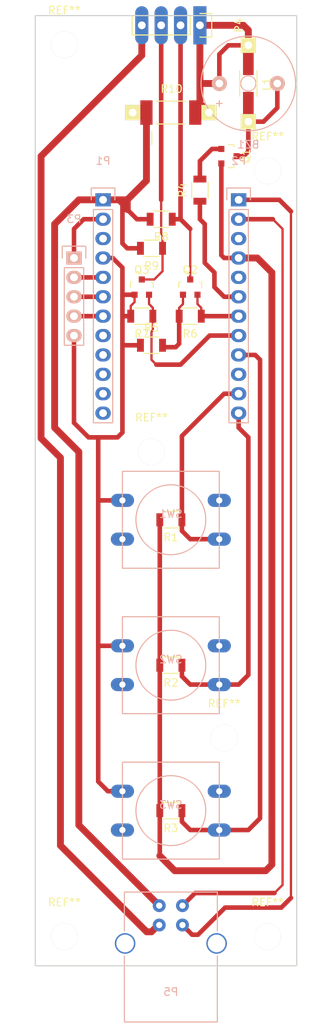
<source format=kicad_pcb>
(kicad_pcb (version 4) (host pcbnew 4.0.4-stable)

  (general
    (links 60)
    (no_connects 14)
    (area 87.410476 32.839523 132.299524 168.475001)
    (thickness 1.6)
    (drawings 5)
    (tracks 169)
    (zones 0)
    (modules 29)
    (nets 20)
  )

  (page A4)
  (title_block
    (date 2016-12-13)
    (company "Moonbeam Interactive")
    (comment 1 "Edith Li")
    (comment 2 "Matthew Swarts")
  )

  (layers
    (0 F.Cu signal)
    (31 B.Cu signal)
    (32 B.Adhes user)
    (33 F.Adhes user)
    (34 B.Paste user)
    (35 F.Paste user)
    (36 B.SilkS user)
    (37 F.SilkS user)
    (38 B.Mask user)
    (39 F.Mask user)
    (40 Dwgs.User user)
    (41 Cmts.User user)
    (42 Eco1.User user)
    (43 Eco2.User user)
    (44 Edge.Cuts user)
    (45 Margin user)
    (46 B.CrtYd user)
    (47 F.CrtYd user)
    (48 B.Fab user)
    (49 F.Fab user)
  )

  (setup
    (last_trace_width 0.6)
    (user_trace_width 0.6)
    (user_trace_width 0.9)
    (trace_clearance 0.8)
    (zone_clearance 0.508)
    (zone_45_only no)
    (trace_min 0.2)
    (segment_width 0.2)
    (edge_width 0.15)
    (via_size 0.6)
    (via_drill 0.4)
    (via_min_size 0.4)
    (via_min_drill 0.3)
    (uvia_size 0.3)
    (uvia_drill 0.1)
    (uvias_allowed no)
    (uvia_min_size 0.2)
    (uvia_min_drill 0.1)
    (pcb_text_width 0.3)
    (pcb_text_size 1.5 1.5)
    (mod_edge_width 0.15)
    (mod_text_size 1 1)
    (mod_text_width 0.15)
    (pad_size 1.75 1.75)
    (pad_drill 0.8128)
    (pad_to_mask_clearance 0.2)
    (aux_axis_origin 0 0)
    (visible_elements 7FFFFFFF)
    (pcbplotparams
      (layerselection 0x01000_00000001)
      (usegerberextensions false)
      (excludeedgelayer true)
      (linewidth 0.100000)
      (plotframeref false)
      (viasonmask false)
      (mode 1)
      (useauxorigin false)
      (hpglpennumber 1)
      (hpglpenspeed 20)
      (hpglpendiameter 15)
      (hpglpenoverlay 2)
      (psnegative false)
      (psa4output false)
      (plotreference true)
      (plotvalue true)
      (plotinvisibletext false)
      (padsonsilk false)
      (subtractmaskfromsilk false)
      (outputformat 1)
      (mirror false)
      (drillshape 0)
      (scaleselection 1)
      (outputdirectory gerbers/))
  )

  (net 0 "")
  (net 1 GND)
  (net 2 A2)
  (net 3 A1)
  (net 4 A3)
  (net 5 "Net-(P5-Pad5)")
  (net 6 V50)
  (net 7 "Net-(BZ1-Pad2)")
  (net 8 V33)
  (net 9 "TX(Weapon)")
  (net 10 "RX(Weapon)")
  (net 11 D3)
  (net 12 D4)
  (net 13 D5)
  (net 14 D6)
  (net 15 CLOCK_IN)
  (net 16 DATA_IN)
  (net 17 "Net-(Q1-Pad1)")
  (net 18 D8)
  (net 19 D9)

  (net_class Default "This is the default net class."
    (clearance 0.8)
    (trace_width 0.3)
    (via_dia 0.6)
    (via_drill 0.4)
    (uvia_dia 0.3)
    (uvia_drill 0.1)
    (add_net A1)
    (add_net A2)
    (add_net A3)
    (add_net CLOCK_IN)
    (add_net D3)
    (add_net D4)
    (add_net D5)
    (add_net D6)
    (add_net D8)
    (add_net D9)
    (add_net DATA_IN)
    (add_net GND)
    (add_net "Net-(BZ1-Pad2)")
    (add_net "Net-(P5-Pad5)")
    (add_net "Net-(Q1-Pad1)")
    (add_net "RX(Weapon)")
    (add_net "TX(Weapon)")
    (add_net V33)
    (add_net V50)
  )

  (module Mounting_Holes:MountingHole_3-5mm (layer F.Cu) (tedit 0) (tstamp 5855827C)
    (at 123.19 156.21)
    (descr "Mounting hole, Befestigungsbohrung, 3,5mm, No Annular, Kein Restring,")
    (tags "Mounting hole, Befestigungsbohrung, 3,5mm, No Annular, Kein Restring,")
    (fp_text reference REF** (at 0 -4.50088) (layer F.SilkS)
      (effects (font (size 1 1) (thickness 0.15)))
    )
    (fp_text value MountingHole_3-5mm (at 0 5.00126) (layer F.Fab)
      (effects (font (size 1 1) (thickness 0.15)))
    )
    (fp_circle (center 0 0) (end 3.5 0) (layer Cmts.User) (width 0.381))
    (pad 1 thru_hole circle (at 0 0) (size 3.5 3.5) (drill 3.5) (layers))
  )

  (module Mounting_Holes:MountingHole_3-5mm (layer F.Cu) (tedit 0) (tstamp 58558275)
    (at 123.19 55.88)
    (descr "Mounting hole, Befestigungsbohrung, 3,5mm, No Annular, Kein Restring,")
    (tags "Mounting hole, Befestigungsbohrung, 3,5mm, No Annular, Kein Restring,")
    (fp_text reference REF** (at 0 -4.50088) (layer F.SilkS)
      (effects (font (size 1 1) (thickness 0.15)))
    )
    (fp_text value MountingHole_3-5mm (at 0 5.00126) (layer F.Fab)
      (effects (font (size 1 1) (thickness 0.15)))
    )
    (fp_circle (center 0 0) (end 3.5 0) (layer Cmts.User) (width 0.381))
    (pad 1 thru_hole circle (at 0 0) (size 3.5 3.5) (drill 3.5) (layers))
  )

  (module Mounting_Holes:MountingHole_3-5mm (layer F.Cu) (tedit 0) (tstamp 5855825B)
    (at 117.475 130.175)
    (descr "Mounting hole, Befestigungsbohrung, 3,5mm, No Annular, Kein Restring,")
    (tags "Mounting hole, Befestigungsbohrung, 3,5mm, No Annular, Kein Restring,")
    (fp_text reference REF** (at 0 -4.50088) (layer F.SilkS)
      (effects (font (size 1 1) (thickness 0.15)))
    )
    (fp_text value MountingHole_3-5mm (at 0 5.00126) (layer F.Fab)
      (effects (font (size 1 1) (thickness 0.15)))
    )
    (fp_circle (center 0 0) (end 3.5 0) (layer Cmts.User) (width 0.381))
    (pad 1 thru_hole circle (at 0 0) (size 3.5 3.5) (drill 3.5) (layers))
  )

  (module Mounting_Holes:MountingHole_3-5mm (layer F.Cu) (tedit 0) (tstamp 58558255)
    (at 107.95 92.71)
    (descr "Mounting hole, Befestigungsbohrung, 3,5mm, No Annular, Kein Restring,")
    (tags "Mounting hole, Befestigungsbohrung, 3,5mm, No Annular, Kein Restring,")
    (fp_text reference REF** (at 0 -4.50088) (layer F.SilkS)
      (effects (font (size 1 1) (thickness 0.15)))
    )
    (fp_text value MountingHole_3-5mm (at 0 5.00126) (layer F.Fab)
      (effects (font (size 1 1) (thickness 0.15)))
    )
    (fp_circle (center 0 0) (end 3.5 0) (layer Cmts.User) (width 0.381))
    (pad 1 thru_hole circle (at 0 0) (size 3.5 3.5) (drill 3.5) (layers))
  )

  (module Mounting_Holes:MountingHole_3-5mm (layer F.Cu) (tedit 0) (tstamp 5855824E)
    (at 96.52 156.21)
    (descr "Mounting hole, Befestigungsbohrung, 3,5mm, No Annular, Kein Restring,")
    (tags "Mounting hole, Befestigungsbohrung, 3,5mm, No Annular, Kein Restring,")
    (fp_text reference REF** (at 0 -4.50088) (layer F.SilkS)
      (effects (font (size 1 1) (thickness 0.15)))
    )
    (fp_text value MountingHole_3-5mm (at 0 5.00126) (layer F.Fab)
      (effects (font (size 1 1) (thickness 0.15)))
    )
    (fp_circle (center 0 0) (end 3.5 0) (layer Cmts.User) (width 0.381))
    (pad 1 thru_hole circle (at 0 0) (size 3.5 3.5) (drill 3.5) (layers))
  )

  (module Buttons_Switches_ThroughHole:SW_PUSH-12mm (layer B.Cu) (tedit 53FD9538) (tstamp 584646D3)
    (at 110.49 101.6 180)
    (path /58406ACB)
    (fp_text reference SW1 (at 0 0.762 180) (layer B.SilkS)
      (effects (font (size 1 1) (thickness 0.15)) (justify mirror))
    )
    (fp_text value SW_PUSH_R (at 0 -1.016 180) (layer B.Fab)
      (effects (font (size 1 1) (thickness 0.15)) (justify mirror))
    )
    (fp_circle (center 0 0) (end 3.81 -2.54) (layer B.SilkS) (width 0.15))
    (fp_line (start -6.35 6.35) (end 6.35 6.35) (layer B.SilkS) (width 0.15))
    (fp_line (start 6.35 6.35) (end 6.35 -6.35) (layer B.SilkS) (width 0.15))
    (fp_line (start 6.35 -6.35) (end -6.35 -6.35) (layer B.SilkS) (width 0.15))
    (fp_line (start -6.35 -6.35) (end -6.35 6.35) (layer B.SilkS) (width 0.15))
    (pad 1 thru_hole oval (at 6.35 2.54 180) (size 3.048 1.7272) (drill 0.8128) (layers *.Cu *.Mask)
      (net 8 V33))
    (pad 2 thru_hole oval (at 6.35 -2.54 180) (size 3.048 1.7272) (drill 0.8128) (layers *.Cu *.Mask)
      (net 18 D8))
    (pad 1 thru_hole oval (at -6.35 2.54 180) (size 3.048 1.7272) (drill 0.8128) (layers *.Cu *.Mask)
      (net 8 V33))
    (pad 2 thru_hole oval (at -6.35 -2.54 180) (size 3.048 1.7272) (drill 0.8128) (layers *.Cu *.Mask)
      (net 18 D8))
    (model Buttons_Switches_ThroughHole.3dshapes/SW_PUSH-12mm.wrl
      (at (xyz 0 0 0))
      (scale (xyz 4 4 4))
      (rotate (xyz 0 0 0))
    )
  )

  (module Connect:USB_B (layer B.Cu) (tedit 584FD931) (tstamp 5849AD49)
    (at 109.22 152.4 270)
    (descr "USB B connector")
    (tags "USB_B USB_DEV")
    (path /5849FBDE)
    (fp_text reference P5 (at 11.049 -1.27 540) (layer B.SilkS)
      (effects (font (size 1 1) (thickness 0.15)) (justify mirror))
    )
    (fp_text value USB_B (at 4.699 -1.27 540) (layer B.Fab)
      (effects (font (size 1 1) (thickness 0.15)) (justify mirror))
    )
    (fp_line (start 15.25 -8.9) (end -2.3 -8.9) (layer B.CrtYd) (width 0.05))
    (fp_line (start -2.3 -8.9) (end -2.3 6.35) (layer B.CrtYd) (width 0.05))
    (fp_line (start -2.3 6.35) (end 15.25 6.35) (layer B.CrtYd) (width 0.05))
    (fp_line (start 15.25 6.35) (end 15.25 -8.9) (layer B.CrtYd) (width 0.05))
    (fp_line (start 6.35 -7.366) (end 14.986 -7.366) (layer B.SilkS) (width 0.15))
    (fp_line (start -2.032 -7.366) (end 3.048 -7.366) (layer B.SilkS) (width 0.15))
    (fp_line (start 6.35 4.826) (end 14.986 4.826) (layer B.SilkS) (width 0.15))
    (fp_line (start -2.032 4.826) (end 3.048 4.826) (layer B.SilkS) (width 0.15))
    (fp_line (start 14.986 4.826) (end 14.986 -7.366) (layer B.SilkS) (width 0.15))
    (fp_line (start -2.032 -7.366) (end -2.032 4.826) (layer B.SilkS) (width 0.15))
    (pad 2 thru_hole circle (at -0.254 -2.794) (size 1.7 1.7) (drill 0.8128) (layers *.Cu *.Mask)
      (net 10 "RX(Weapon)"))
    (pad 1 thru_hole circle (at -0.254 0.254) (size 1.7 1.7) (drill 0.8128) (layers *.Cu *.Mask)
      (net 6 V50))
    (pad 4 thru_hole circle (at 2.286 0.254) (size 1.7 1.7) (drill 0.8128) (layers *.Cu *.Mask)
      (net 1 GND))
    (pad 3 thru_hole circle (at 2.286 -2.794) (size 1.7 1.7) (drill 0.8128) (layers *.Cu *.Mask)
      (net 9 "TX(Weapon)"))
    (pad 5 thru_hole circle (at 4.699 -7.26948) (size 2.70002 2.70002) (drill 2.30124) (layers *.Cu *.Mask)
      (net 5 "Net-(P5-Pad5)"))
    (pad 5 thru_hole circle (at 4.699 4.72948) (size 2.70002 2.70002) (drill 2.30124) (layers *.Cu *.Mask)
      (net 5 "Net-(P5-Pad5)"))
    (model Connect.3dshapes/USB_B.wrl
      (at (xyz 0.185 -0.05 0.001))
      (scale (xyz 0.3937 0.3937 0.3937))
      (rotate (xyz 0 0 -90))
    )
  )

  (module Pin_Headers:Pin_Header_Straight_1x12 (layer B.Cu) (tedit 0) (tstamp 58464675)
    (at 101.6 59.69 180)
    (descr "Through hole pin header")
    (tags "pin header")
    (path /5834738F)
    (fp_text reference P1 (at 0 5.1 180) (layer B.SilkS)
      (effects (font (size 1 1) (thickness 0.15)) (justify mirror))
    )
    (fp_text value CONN_01X12 (at 0 3.1 180) (layer B.Fab)
      (effects (font (size 1 1) (thickness 0.15)) (justify mirror))
    )
    (fp_line (start -1.75 1.75) (end -1.75 -29.7) (layer B.CrtYd) (width 0.05))
    (fp_line (start 1.75 1.75) (end 1.75 -29.7) (layer B.CrtYd) (width 0.05))
    (fp_line (start -1.75 1.75) (end 1.75 1.75) (layer B.CrtYd) (width 0.05))
    (fp_line (start -1.75 -29.7) (end 1.75 -29.7) (layer B.CrtYd) (width 0.05))
    (fp_line (start 1.27 -1.27) (end 1.27 -29.21) (layer B.SilkS) (width 0.15))
    (fp_line (start 1.27 -29.21) (end -1.27 -29.21) (layer B.SilkS) (width 0.15))
    (fp_line (start -1.27 -29.21) (end -1.27 -1.27) (layer B.SilkS) (width 0.15))
    (fp_line (start 1.55 1.55) (end 1.55 0) (layer B.SilkS) (width 0.15))
    (fp_line (start 1.27 -1.27) (end -1.27 -1.27) (layer B.SilkS) (width 0.15))
    (fp_line (start -1.55 0) (end -1.55 1.55) (layer B.SilkS) (width 0.15))
    (fp_line (start -1.55 1.55) (end 1.55 1.55) (layer B.SilkS) (width 0.15))
    (pad 1 thru_hole rect (at 0 0 180) (size 2.032 1.7272) (drill 1.016) (layers *.Cu *.Mask)
      (net 6 V50))
    (pad 2 thru_hole oval (at 0 -2.54 180) (size 2.032 1.7272) (drill 1.016) (layers *.Cu *.Mask)
      (net 1 GND))
    (pad 3 thru_hole oval (at 0 -5.08 180) (size 2.032 1.7272) (drill 1.016) (layers *.Cu *.Mask))
    (pad 4 thru_hole oval (at 0 -7.62 180) (size 2.032 1.7272) (drill 1.016) (layers *.Cu *.Mask)
      (net 8 V33))
    (pad 5 thru_hole oval (at 0 -10.16 180) (size 2.032 1.7272) (drill 1.016) (layers *.Cu *.Mask)
      (net 4 A3))
    (pad 6 thru_hole oval (at 0 -12.7 180) (size 2.032 1.7272) (drill 1.016) (layers *.Cu *.Mask)
      (net 2 A2))
    (pad 7 thru_hole oval (at 0 -15.24 180) (size 2.032 1.7272) (drill 1.016) (layers *.Cu *.Mask)
      (net 3 A1))
    (pad 8 thru_hole oval (at 0 -17.78 180) (size 2.032 1.7272) (drill 1.016) (layers *.Cu *.Mask))
    (pad 9 thru_hole oval (at 0 -20.32 180) (size 2.032 1.7272) (drill 1.016) (layers *.Cu *.Mask))
    (pad 10 thru_hole oval (at 0 -22.86 180) (size 2.032 1.7272) (drill 1.016) (layers *.Cu *.Mask))
    (pad 11 thru_hole oval (at 0 -25.4 180) (size 2.032 1.7272) (drill 1.016) (layers *.Cu *.Mask))
    (pad 12 thru_hole oval (at 0 -27.94 180) (size 2.032 1.7272) (drill 1.016) (layers *.Cu *.Mask))
    (model Pin_Headers.3dshapes/Pin_Header_Straight_1x12.wrl
      (at (xyz 0 -0.55 0))
      (scale (xyz 1 1 1))
      (rotate (xyz 0 0 90))
    )
  )

  (module Pin_Headers:Pin_Header_Straight_1x12 (layer B.Cu) (tedit 0) (tstamp 58464685)
    (at 119.38 59.69 180)
    (descr "Through hole pin header")
    (tags "pin header")
    (path /58347303)
    (fp_text reference P2 (at 0 5.1 180) (layer B.SilkS)
      (effects (font (size 1 1) (thickness 0.15)) (justify mirror))
    )
    (fp_text value CONN_01X12 (at 0 3.1 180) (layer B.Fab)
      (effects (font (size 1 1) (thickness 0.15)) (justify mirror))
    )
    (fp_line (start -1.75 1.75) (end -1.75 -29.7) (layer B.CrtYd) (width 0.05))
    (fp_line (start 1.75 1.75) (end 1.75 -29.7) (layer B.CrtYd) (width 0.05))
    (fp_line (start -1.75 1.75) (end 1.75 1.75) (layer B.CrtYd) (width 0.05))
    (fp_line (start -1.75 -29.7) (end 1.75 -29.7) (layer B.CrtYd) (width 0.05))
    (fp_line (start 1.27 -1.27) (end 1.27 -29.21) (layer B.SilkS) (width 0.15))
    (fp_line (start 1.27 -29.21) (end -1.27 -29.21) (layer B.SilkS) (width 0.15))
    (fp_line (start -1.27 -29.21) (end -1.27 -1.27) (layer B.SilkS) (width 0.15))
    (fp_line (start 1.55 1.55) (end 1.55 0) (layer B.SilkS) (width 0.15))
    (fp_line (start 1.27 -1.27) (end -1.27 -1.27) (layer B.SilkS) (width 0.15))
    (fp_line (start -1.55 0) (end -1.55 1.55) (layer B.SilkS) (width 0.15))
    (fp_line (start -1.55 1.55) (end 1.55 1.55) (layer B.SilkS) (width 0.15))
    (pad 1 thru_hole rect (at 0 0 180) (size 2.032 1.7272) (drill 1.016) (layers *.Cu *.Mask)
      (net 9 "TX(Weapon)"))
    (pad 2 thru_hole oval (at 0 -2.54 180) (size 2.032 1.7272) (drill 1.016) (layers *.Cu *.Mask)
      (net 10 "RX(Weapon)"))
    (pad 3 thru_hole oval (at 0 -5.08 180) (size 2.032 1.7272) (drill 1.016) (layers *.Cu *.Mask))
    (pad 4 thru_hole oval (at 0 -7.62 180) (size 2.032 1.7272) (drill 1.016) (layers *.Cu *.Mask)
      (net 1 GND))
    (pad 5 thru_hole oval (at 0 -10.16 180) (size 2.032 1.7272) (drill 1.016) (layers *.Cu *.Mask))
    (pad 6 thru_hole oval (at 0 -12.7 180) (size 2.032 1.7272) (drill 1.016) (layers *.Cu *.Mask)
      (net 11 D3))
    (pad 7 thru_hole oval (at 0 -15.24 180) (size 2.032 1.7272) (drill 1.016) (layers *.Cu *.Mask)
      (net 12 D4))
    (pad 8 thru_hole oval (at 0 -17.78 180) (size 2.032 1.7272) (drill 1.016) (layers *.Cu *.Mask)
      (net 13 D5))
    (pad 9 thru_hole oval (at 0 -20.32 180) (size 2.032 1.7272) (drill 1.016) (layers *.Cu *.Mask)
      (net 14 D6))
    (pad 10 thru_hole oval (at 0 -22.86 180) (size 2.032 1.7272) (drill 1.016) (layers *.Cu *.Mask))
    (pad 11 thru_hole oval (at 0 -25.4 180) (size 2.032 1.7272) (drill 1.016) (layers *.Cu *.Mask)
      (net 18 D8))
    (pad 12 thru_hole oval (at 0 -27.94 180) (size 2.032 1.7272) (drill 1.016) (layers *.Cu *.Mask)
      (net 19 D9))
    (model Pin_Headers.3dshapes/Pin_Header_Straight_1x12.wrl
      (at (xyz 0 -0.55 0))
      (scale (xyz 1 1 1))
      (rotate (xyz 0 0 90))
    )
  )

  (module Pin_Headers:Pin_Header_Straight_1x04 (layer F.Cu) (tedit 584F47B6) (tstamp 58464696)
    (at 114.3 36.83 270)
    (descr "Through hole pin header")
    (tags "pin header")
    (path /5840776A)
    (fp_text reference P4 (at 0 -5.1 270) (layer F.SilkS)
      (effects (font (size 1 1) (thickness 0.15)))
    )
    (fp_text value DOTSTAR (at 0 -3.1 270) (layer F.Fab)
      (effects (font (size 1 1) (thickness 0.15)))
    )
    (fp_line (start -1.75 -1.75) (end -1.75 9.4) (layer F.CrtYd) (width 0.05))
    (fp_line (start 1.75 -1.75) (end 1.75 9.4) (layer F.CrtYd) (width 0.05))
    (fp_line (start -1.75 -1.75) (end 1.75 -1.75) (layer F.CrtYd) (width 0.05))
    (fp_line (start -1.75 9.4) (end 1.75 9.4) (layer F.CrtYd) (width 0.05))
    (fp_line (start -1.27 1.27) (end -1.27 8.89) (layer F.SilkS) (width 0.15))
    (fp_line (start 1.27 1.27) (end 1.27 8.89) (layer F.SilkS) (width 0.15))
    (fp_line (start 1.55 -1.55) (end 1.55 0) (layer F.SilkS) (width 0.15))
    (fp_line (start -1.27 8.89) (end 1.27 8.89) (layer F.SilkS) (width 0.15))
    (fp_line (start 1.27 1.27) (end -1.27 1.27) (layer F.SilkS) (width 0.15))
    (fp_line (start -1.55 0) (end -1.55 -1.55) (layer F.SilkS) (width 0.15))
    (fp_line (start -1.55 -1.55) (end 1.55 -1.55) (layer F.SilkS) (width 0.15))
    (pad 1 thru_hole rect (at 0 0 270) (size 5 1.7272) (drill 1.016) (layers *.Cu *.Mask)
      (net 6 V50))
    (pad 2 thru_hole oval (at 0 2.54 270) (size 5 1.7272) (drill 1.016) (layers *.Cu *.Mask)
      (net 15 CLOCK_IN))
    (pad 3 thru_hole oval (at 0 5.08 270) (size 5 1.7272) (drill 1.016) (layers *.Cu *.Mask)
      (net 16 DATA_IN))
    (pad 4 thru_hole oval (at 0 7.62 270) (size 5 1.7272) (drill 1.016) (layers *.Cu *.Mask)
      (net 1 GND))
    (model Pin_Headers.3dshapes/Pin_Header_Straight_1x04.wrl
      (at (xyz 0 -0.15 0))
      (scale (xyz 1 1 1))
      (rotate (xyz 0 0 90))
    )
  )

  (module Buttons_Switches_ThroughHole:SW_PUSH-12mm (layer B.Cu) (tedit 53FD9538) (tstamp 584646E0)
    (at 110.49 120.65 180)
    (path /58406D67)
    (fp_text reference SW2 (at 0 0.762 180) (layer B.SilkS)
      (effects (font (size 1 1) (thickness 0.15)) (justify mirror))
    )
    (fp_text value SW_PUSH_G (at 0 -1.016 180) (layer B.Fab)
      (effects (font (size 1 1) (thickness 0.15)) (justify mirror))
    )
    (fp_circle (center 0 0) (end 3.81 -2.54) (layer B.SilkS) (width 0.15))
    (fp_line (start -6.35 6.35) (end 6.35 6.35) (layer B.SilkS) (width 0.15))
    (fp_line (start 6.35 6.35) (end 6.35 -6.35) (layer B.SilkS) (width 0.15))
    (fp_line (start 6.35 -6.35) (end -6.35 -6.35) (layer B.SilkS) (width 0.15))
    (fp_line (start -6.35 -6.35) (end -6.35 6.35) (layer B.SilkS) (width 0.15))
    (pad 1 thru_hole oval (at 6.35 2.54 180) (size 3.048 1.7272) (drill 0.8128) (layers *.Cu *.Mask)
      (net 8 V33))
    (pad 2 thru_hole oval (at 6.35 -2.54 180) (size 3.048 1.7272) (drill 0.8128) (layers *.Cu *.Mask)
      (net 19 D9))
    (pad 1 thru_hole oval (at -6.35 2.54 180) (size 3.048 1.7272) (drill 0.8128) (layers *.Cu *.Mask)
      (net 8 V33))
    (pad 2 thru_hole oval (at -6.35 -2.54 180) (size 3.048 1.7272) (drill 0.8128) (layers *.Cu *.Mask)
      (net 19 D9))
    (model Buttons_Switches_ThroughHole.3dshapes/SW_PUSH-12mm.wrl
      (at (xyz 0 0 0))
      (scale (xyz 4 4 4))
      (rotate (xyz 0 0 0))
    )
  )

  (module Buttons_Switches_ThroughHole:SW_PUSH-12mm (layer B.Cu) (tedit 53FD9538) (tstamp 584646ED)
    (at 110.49 139.7 180)
    (path /58406E44)
    (fp_text reference SW3 (at 0 0.762 180) (layer B.SilkS)
      (effects (font (size 1 1) (thickness 0.15)) (justify mirror))
    )
    (fp_text value SW_PUSH_B (at 0 -1.016 180) (layer B.Fab)
      (effects (font (size 1 1) (thickness 0.15)) (justify mirror))
    )
    (fp_circle (center 0 0) (end 3.81 -2.54) (layer B.SilkS) (width 0.15))
    (fp_line (start -6.35 6.35) (end 6.35 6.35) (layer B.SilkS) (width 0.15))
    (fp_line (start 6.35 6.35) (end 6.35 -6.35) (layer B.SilkS) (width 0.15))
    (fp_line (start 6.35 -6.35) (end -6.35 -6.35) (layer B.SilkS) (width 0.15))
    (fp_line (start -6.35 -6.35) (end -6.35 6.35) (layer B.SilkS) (width 0.15))
    (pad 1 thru_hole oval (at 6.35 2.54 180) (size 3.048 1.7272) (drill 0.8128) (layers *.Cu *.Mask)
      (net 8 V33))
    (pad 2 thru_hole oval (at 6.35 -2.54 180) (size 3.048 1.7272) (drill 0.8128) (layers *.Cu *.Mask)
      (net 14 D6))
    (pad 1 thru_hole oval (at -6.35 2.54 180) (size 3.048 1.7272) (drill 0.8128) (layers *.Cu *.Mask)
      (net 8 V33))
    (pad 2 thru_hole oval (at -6.35 -2.54 180) (size 3.048 1.7272) (drill 0.8128) (layers *.Cu *.Mask)
      (net 14 D6))
    (model Buttons_Switches_ThroughHole.3dshapes/SW_PUSH-12mm.wrl
      (at (xyz 0 0 0))
      (scale (xyz 4 4 4))
      (rotate (xyz 0 0 0))
    )
  )

  (module Resistors_Universal:Resistor_SMD+THTuniversal_1206_RM10_HandSoldering (layer F.Cu) (tedit 0) (tstamp 584F4487)
    (at 120.65 44.45 270)
    (descr "Resistor, SMD+THT, universal, 1206, RM10, HandSoldering,")
    (tags "Resistor, SMD+THT, universal, 1206, RM10, Hand soldering,")
    (path /584F8F79)
    (fp_text reference L1 (at 0.09906 -2.4003 270) (layer F.SilkS)
      (effects (font (size 1 1) (thickness 0.15)))
    )
    (fp_text value INDUCTOR_SMALL (at 2.70002 2.70002 270) (layer F.Fab)
      (effects (font (size 1 1) (thickness 0.15)))
    )
    (fp_line (start 1.651 1.143) (end -1.651 1.143) (layer F.SilkS) (width 0.15))
    (fp_line (start 0 -1.143) (end -1.651 -1.143) (layer F.SilkS) (width 0.15))
    (fp_line (start 0 -1.143) (end 1.651 -1.143) (layer F.SilkS) (width 0.15))
    (pad 1 smd rect (at -2.60096 0 270) (size 2.99974 1.39954) (layers F.Cu F.Paste F.Mask)
      (net 6 V50))
    (pad 2 smd rect (at 2.60096 0 270) (size 2.99974 1.39954) (layers F.Cu F.Paste F.Mask)
      (net 7 "Net-(BZ1-Pad2)"))
    (pad 1 thru_hole rect (at -5.00126 0 270) (size 1.99898 1.99898) (drill 1.00076) (layers *.Cu *.Mask F.SilkS)
      (net 6 V50))
    (pad 2 thru_hole rect (at 5.00126 0 270) (size 1.99898 1.99898) (drill 1.00076) (layers *.Cu *.Mask F.SilkS)
      (net 7 "Net-(BZ1-Pad2)"))
  )

  (module Pin_Headers:Pin_Header_Straight_1x05 (layer B.Cu) (tedit 54EA0684) (tstamp 584F4490)
    (at 97.79 67.31 180)
    (descr "Through hole pin header")
    (tags "pin header")
    (path /5840678B)
    (fp_text reference P3 (at 0 5.1 180) (layer B.SilkS)
      (effects (font (size 1 1) (thickness 0.15)) (justify mirror))
    )
    (fp_text value GYRO (at 0 3.1 180) (layer B.Fab)
      (effects (font (size 1 1) (thickness 0.15)) (justify mirror))
    )
    (fp_line (start -1.55 0) (end -1.55 1.55) (layer B.SilkS) (width 0.15))
    (fp_line (start -1.55 1.55) (end 1.55 1.55) (layer B.SilkS) (width 0.15))
    (fp_line (start 1.55 1.55) (end 1.55 0) (layer B.SilkS) (width 0.15))
    (fp_line (start -1.75 1.75) (end -1.75 -11.95) (layer B.CrtYd) (width 0.05))
    (fp_line (start 1.75 1.75) (end 1.75 -11.95) (layer B.CrtYd) (width 0.05))
    (fp_line (start -1.75 1.75) (end 1.75 1.75) (layer B.CrtYd) (width 0.05))
    (fp_line (start -1.75 -11.95) (end 1.75 -11.95) (layer B.CrtYd) (width 0.05))
    (fp_line (start 1.27 -1.27) (end 1.27 -11.43) (layer B.SilkS) (width 0.15))
    (fp_line (start 1.27 -11.43) (end -1.27 -11.43) (layer B.SilkS) (width 0.15))
    (fp_line (start -1.27 -11.43) (end -1.27 -1.27) (layer B.SilkS) (width 0.15))
    (fp_line (start 1.27 -1.27) (end -1.27 -1.27) (layer B.SilkS) (width 0.15))
    (pad 1 thru_hole rect (at 0 0 180) (size 2.032 1.7272) (drill 1.016) (layers *.Cu *.Mask B.SilkS)
      (net 1 GND))
    (pad 2 thru_hole oval (at 0 -2.54 180) (size 2.032 1.7272) (drill 1.016) (layers *.Cu *.Mask B.SilkS)
      (net 4 A3))
    (pad 3 thru_hole oval (at 0 -5.08 180) (size 2.032 1.7272) (drill 1.016) (layers *.Cu *.Mask B.SilkS)
      (net 2 A2))
    (pad 4 thru_hole oval (at 0 -7.62 180) (size 2.032 1.7272) (drill 1.016) (layers *.Cu *.Mask B.SilkS)
      (net 3 A1))
    (pad 5 thru_hole oval (at 0 -10.16 180) (size 2.032 1.7272) (drill 1.016) (layers *.Cu *.Mask B.SilkS)
      (net 8 V33))
    (model Pin_Headers.3dshapes/Pin_Header_Straight_1x05.wrl
      (at (xyz 0 -0.2 0))
      (scale (xyz 1 1 1))
      (rotate (xyz 0 0 90))
    )
  )

  (module TO_SOT_Packages_SMD:SOT-23 (layer F.Cu) (tedit 553634F8) (tstamp 584F4497)
    (at 118.11 53.975 270)
    (descr "SOT-23, Standard")
    (tags SOT-23)
    (path /584F8ECD)
    (attr smd)
    (fp_text reference Q1 (at 0 -2.25 270) (layer F.SilkS)
      (effects (font (size 1 1) (thickness 0.15)))
    )
    (fp_text value MMBT3904 (at 0 2.3 270) (layer F.Fab)
      (effects (font (size 1 1) (thickness 0.15)))
    )
    (fp_line (start -1.65 -1.6) (end 1.65 -1.6) (layer F.CrtYd) (width 0.05))
    (fp_line (start 1.65 -1.6) (end 1.65 1.6) (layer F.CrtYd) (width 0.05))
    (fp_line (start 1.65 1.6) (end -1.65 1.6) (layer F.CrtYd) (width 0.05))
    (fp_line (start -1.65 1.6) (end -1.65 -1.6) (layer F.CrtYd) (width 0.05))
    (fp_line (start 1.29916 -0.65024) (end 1.2509 -0.65024) (layer F.SilkS) (width 0.15))
    (fp_line (start -1.49982 0.0508) (end -1.49982 -0.65024) (layer F.SilkS) (width 0.15))
    (fp_line (start -1.49982 -0.65024) (end -1.2509 -0.65024) (layer F.SilkS) (width 0.15))
    (fp_line (start 1.29916 -0.65024) (end 1.49982 -0.65024) (layer F.SilkS) (width 0.15))
    (fp_line (start 1.49982 -0.65024) (end 1.49982 0.0508) (layer F.SilkS) (width 0.15))
    (pad 1 smd rect (at -0.95 1.00076 270) (size 0.8001 0.8001) (layers F.Cu F.Paste F.Mask)
      (net 17 "Net-(Q1-Pad1)"))
    (pad 2 smd rect (at 0.95 1.00076 270) (size 0.8001 0.8001) (layers F.Cu F.Paste F.Mask)
      (net 1 GND))
    (pad 3 smd rect (at 0 -0.99822 270) (size 0.8001 0.8001) (layers F.Cu F.Paste F.Mask)
      (net 7 "Net-(BZ1-Pad2)"))
    (model TO_SOT_Packages_SMD.3dshapes/SOT-23.wrl
      (at (xyz 0 0 0))
      (scale (xyz 1 1 1))
      (rotate (xyz 0 0 0))
    )
  )

  (module TO_SOT_Packages_SMD:SOT-23 (layer F.Cu) (tedit 553634F8) (tstamp 584F449E)
    (at 113.03 71.12)
    (descr "SOT-23, Standard")
    (tags SOT-23)
    (path /584FBA98)
    (attr smd)
    (fp_text reference Q2 (at 0 -2.25) (layer F.SilkS)
      (effects (font (size 1 1) (thickness 0.15)))
    )
    (fp_text value BSS138 (at 0 2.3) (layer F.Fab)
      (effects (font (size 1 1) (thickness 0.15)))
    )
    (fp_line (start -1.65 -1.6) (end 1.65 -1.6) (layer F.CrtYd) (width 0.05))
    (fp_line (start 1.65 -1.6) (end 1.65 1.6) (layer F.CrtYd) (width 0.05))
    (fp_line (start 1.65 1.6) (end -1.65 1.6) (layer F.CrtYd) (width 0.05))
    (fp_line (start -1.65 1.6) (end -1.65 -1.6) (layer F.CrtYd) (width 0.05))
    (fp_line (start 1.29916 -0.65024) (end 1.2509 -0.65024) (layer F.SilkS) (width 0.15))
    (fp_line (start -1.49982 0.0508) (end -1.49982 -0.65024) (layer F.SilkS) (width 0.15))
    (fp_line (start -1.49982 -0.65024) (end -1.2509 -0.65024) (layer F.SilkS) (width 0.15))
    (fp_line (start 1.29916 -0.65024) (end 1.49982 -0.65024) (layer F.SilkS) (width 0.15))
    (fp_line (start 1.49982 -0.65024) (end 1.49982 0.0508) (layer F.SilkS) (width 0.15))
    (pad 1 smd rect (at -0.95 1.00076) (size 0.8001 0.8001) (layers F.Cu F.Paste F.Mask)
      (net 8 V33))
    (pad 2 smd rect (at 0.95 1.00076) (size 0.8001 0.8001) (layers F.Cu F.Paste F.Mask)
      (net 12 D4))
    (pad 3 smd rect (at 0 -0.99822) (size 0.8001 0.8001) (layers F.Cu F.Paste F.Mask)
      (net 15 CLOCK_IN))
    (model TO_SOT_Packages_SMD.3dshapes/SOT-23.wrl
      (at (xyz 0 0 0))
      (scale (xyz 1 1 1))
      (rotate (xyz 0 0 0))
    )
  )

  (module TO_SOT_Packages_SMD:SOT-23 (layer F.Cu) (tedit 553634F8) (tstamp 584F44A5)
    (at 106.68 71.12)
    (descr "SOT-23, Standard")
    (tags SOT-23)
    (path /584FDBF0)
    (attr smd)
    (fp_text reference Q3 (at 0 -2.25) (layer F.SilkS)
      (effects (font (size 1 1) (thickness 0.15)))
    )
    (fp_text value BSS138 (at 0 2.3) (layer F.Fab)
      (effects (font (size 1 1) (thickness 0.15)))
    )
    (fp_line (start -1.65 -1.6) (end 1.65 -1.6) (layer F.CrtYd) (width 0.05))
    (fp_line (start 1.65 -1.6) (end 1.65 1.6) (layer F.CrtYd) (width 0.05))
    (fp_line (start 1.65 1.6) (end -1.65 1.6) (layer F.CrtYd) (width 0.05))
    (fp_line (start -1.65 1.6) (end -1.65 -1.6) (layer F.CrtYd) (width 0.05))
    (fp_line (start 1.29916 -0.65024) (end 1.2509 -0.65024) (layer F.SilkS) (width 0.15))
    (fp_line (start -1.49982 0.0508) (end -1.49982 -0.65024) (layer F.SilkS) (width 0.15))
    (fp_line (start -1.49982 -0.65024) (end -1.2509 -0.65024) (layer F.SilkS) (width 0.15))
    (fp_line (start 1.29916 -0.65024) (end 1.49982 -0.65024) (layer F.SilkS) (width 0.15))
    (fp_line (start 1.49982 -0.65024) (end 1.49982 0.0508) (layer F.SilkS) (width 0.15))
    (pad 1 smd rect (at -0.95 1.00076) (size 0.8001 0.8001) (layers F.Cu F.Paste F.Mask)
      (net 8 V33))
    (pad 2 smd rect (at 0.95 1.00076) (size 0.8001 0.8001) (layers F.Cu F.Paste F.Mask)
      (net 13 D5))
    (pad 3 smd rect (at 0 -0.99822) (size 0.8001 0.8001) (layers F.Cu F.Paste F.Mask)
      (net 16 DATA_IN))
    (model TO_SOT_Packages_SMD.3dshapes/SOT-23.wrl
      (at (xyz 0 0 0))
      (scale (xyz 1 1 1))
      (rotate (xyz 0 0 0))
    )
  )

  (module Resistors_SMD:R_1206 (layer F.Cu) (tedit 5415CFA7) (tstamp 584F44A6)
    (at 110.49 101.6 180)
    (descr "Resistor SMD 1206, reflow soldering, Vishay (see dcrcw.pdf)")
    (tags "resistor 1206")
    (path /58406A0D)
    (attr smd)
    (fp_text reference R1 (at 0 -2.3 180) (layer F.SilkS)
      (effects (font (size 1 1) (thickness 0.15)))
    )
    (fp_text value 10K (at 0 2.3 180) (layer F.Fab)
      (effects (font (size 1 1) (thickness 0.15)))
    )
    (fp_line (start -2.2 -1.2) (end 2.2 -1.2) (layer F.CrtYd) (width 0.05))
    (fp_line (start -2.2 1.2) (end 2.2 1.2) (layer F.CrtYd) (width 0.05))
    (fp_line (start -2.2 -1.2) (end -2.2 1.2) (layer F.CrtYd) (width 0.05))
    (fp_line (start 2.2 -1.2) (end 2.2 1.2) (layer F.CrtYd) (width 0.05))
    (fp_line (start 1 1.075) (end -1 1.075) (layer F.SilkS) (width 0.15))
    (fp_line (start -1 -1.075) (end 1 -1.075) (layer F.SilkS) (width 0.15))
    (pad 1 smd rect (at -1.45 0 180) (size 0.9 1.7) (layers F.Cu F.Paste F.Mask)
      (net 18 D8))
    (pad 2 smd rect (at 1.45 0 180) (size 0.9 1.7) (layers F.Cu F.Paste F.Mask)
      (net 1 GND))
    (model Resistors_SMD.3dshapes/R_1206.wrl
      (at (xyz 0 0 0))
      (scale (xyz 1 1 1))
      (rotate (xyz 0 0 0))
    )
  )

  (module Resistors_SMD:R_1206 (layer F.Cu) (tedit 5415CFA7) (tstamp 584F44AB)
    (at 110.49 120.65 180)
    (descr "Resistor SMD 1206, reflow soldering, Vishay (see dcrcw.pdf)")
    (tags "resistor 1206")
    (path /58406D61)
    (attr smd)
    (fp_text reference R2 (at 0 -2.3 180) (layer F.SilkS)
      (effects (font (size 1 1) (thickness 0.15)))
    )
    (fp_text value 10K (at 0 2.3 180) (layer F.Fab)
      (effects (font (size 1 1) (thickness 0.15)))
    )
    (fp_line (start -2.2 -1.2) (end 2.2 -1.2) (layer F.CrtYd) (width 0.05))
    (fp_line (start -2.2 1.2) (end 2.2 1.2) (layer F.CrtYd) (width 0.05))
    (fp_line (start -2.2 -1.2) (end -2.2 1.2) (layer F.CrtYd) (width 0.05))
    (fp_line (start 2.2 -1.2) (end 2.2 1.2) (layer F.CrtYd) (width 0.05))
    (fp_line (start 1 1.075) (end -1 1.075) (layer F.SilkS) (width 0.15))
    (fp_line (start -1 -1.075) (end 1 -1.075) (layer F.SilkS) (width 0.15))
    (pad 1 smd rect (at -1.45 0 180) (size 0.9 1.7) (layers F.Cu F.Paste F.Mask)
      (net 19 D9))
    (pad 2 smd rect (at 1.45 0 180) (size 0.9 1.7) (layers F.Cu F.Paste F.Mask)
      (net 1 GND))
    (model Resistors_SMD.3dshapes/R_1206.wrl
      (at (xyz 0 0 0))
      (scale (xyz 1 1 1))
      (rotate (xyz 0 0 0))
    )
  )

  (module Resistors_SMD:R_1206 (layer F.Cu) (tedit 5415CFA7) (tstamp 584F44B0)
    (at 110.49 139.7 180)
    (descr "Resistor SMD 1206, reflow soldering, Vishay (see dcrcw.pdf)")
    (tags "resistor 1206")
    (path /58406E3E)
    (attr smd)
    (fp_text reference R3 (at 0 -2.3 180) (layer F.SilkS)
      (effects (font (size 1 1) (thickness 0.15)))
    )
    (fp_text value 10K (at 0 2.3 180) (layer F.Fab)
      (effects (font (size 1 1) (thickness 0.15)))
    )
    (fp_line (start -2.2 -1.2) (end 2.2 -1.2) (layer F.CrtYd) (width 0.05))
    (fp_line (start -2.2 1.2) (end 2.2 1.2) (layer F.CrtYd) (width 0.05))
    (fp_line (start -2.2 -1.2) (end -2.2 1.2) (layer F.CrtYd) (width 0.05))
    (fp_line (start 2.2 -1.2) (end 2.2 1.2) (layer F.CrtYd) (width 0.05))
    (fp_line (start 1 1.075) (end -1 1.075) (layer F.SilkS) (width 0.15))
    (fp_line (start -1 -1.075) (end 1 -1.075) (layer F.SilkS) (width 0.15))
    (pad 1 smd rect (at -1.45 0 180) (size 0.9 1.7) (layers F.Cu F.Paste F.Mask)
      (net 14 D6))
    (pad 2 smd rect (at 1.45 0 180) (size 0.9 1.7) (layers F.Cu F.Paste F.Mask)
      (net 1 GND))
    (model Resistors_SMD.3dshapes/R_1206.wrl
      (at (xyz 0 0 0))
      (scale (xyz 1 1 1))
      (rotate (xyz 0 0 0))
    )
  )

  (module Resistors_SMD:R_1206 (layer F.Cu) (tedit 5415CFA7) (tstamp 584F44BA)
    (at 114.3 58.42 90)
    (descr "Resistor SMD 1206, reflow soldering, Vishay (see dcrcw.pdf)")
    (tags "resistor 1206")
    (path /584F9738)
    (attr smd)
    (fp_text reference R4 (at 0 -2.3 90) (layer F.SilkS)
      (effects (font (size 1 1) (thickness 0.15)))
    )
    (fp_text value 1K (at 0 2.3 90) (layer F.Fab)
      (effects (font (size 1 1) (thickness 0.15)))
    )
    (fp_line (start -2.2 -1.2) (end 2.2 -1.2) (layer F.CrtYd) (width 0.05))
    (fp_line (start -2.2 1.2) (end 2.2 1.2) (layer F.CrtYd) (width 0.05))
    (fp_line (start -2.2 -1.2) (end -2.2 1.2) (layer F.CrtYd) (width 0.05))
    (fp_line (start 2.2 -1.2) (end 2.2 1.2) (layer F.CrtYd) (width 0.05))
    (fp_line (start 1 1.075) (end -1 1.075) (layer F.SilkS) (width 0.15))
    (fp_line (start -1 -1.075) (end 1 -1.075) (layer F.SilkS) (width 0.15))
    (pad 1 smd rect (at -1.45 0 90) (size 0.9 1.7) (layers F.Cu F.Paste F.Mask)
      (net 11 D3))
    (pad 2 smd rect (at 1.45 0 90) (size 0.9 1.7) (layers F.Cu F.Paste F.Mask)
      (net 17 "Net-(Q1-Pad1)"))
    (model Resistors_SMD.3dshapes/R_1206.wrl
      (at (xyz 0 0 0))
      (scale (xyz 1 1 1))
      (rotate (xyz 0 0 0))
    )
  )

  (module Resistors_SMD:R_1206 (layer F.Cu) (tedit 5415CFA7) (tstamp 584F44C0)
    (at 107.95 78.74)
    (descr "Resistor SMD 1206, reflow soldering, Vishay (see dcrcw.pdf)")
    (tags "resistor 1206")
    (path /584FBFDE)
    (attr smd)
    (fp_text reference R5 (at 0 -2.3) (layer F.SilkS)
      (effects (font (size 1 1) (thickness 0.15)))
    )
    (fp_text value 0 (at 0 2.3) (layer F.Fab)
      (effects (font (size 1 1) (thickness 0.15)))
    )
    (fp_line (start -2.2 -1.2) (end 2.2 -1.2) (layer F.CrtYd) (width 0.05))
    (fp_line (start -2.2 1.2) (end 2.2 1.2) (layer F.CrtYd) (width 0.05))
    (fp_line (start -2.2 -1.2) (end -2.2 1.2) (layer F.CrtYd) (width 0.05))
    (fp_line (start 2.2 -1.2) (end 2.2 1.2) (layer F.CrtYd) (width 0.05))
    (fp_line (start 1 1.075) (end -1 1.075) (layer F.SilkS) (width 0.15))
    (fp_line (start -1 -1.075) (end 1 -1.075) (layer F.SilkS) (width 0.15))
    (pad 1 smd rect (at -1.45 0) (size 0.9 1.7) (layers F.Cu F.Paste F.Mask)
      (net 8 V33))
    (pad 2 smd rect (at 1.45 0) (size 0.9 1.7) (layers F.Cu F.Paste F.Mask)
      (net 8 V33))
    (model Resistors_SMD.3dshapes/R_1206.wrl
      (at (xyz 0 0 0))
      (scale (xyz 1 1 1))
      (rotate (xyz 0 0 0))
    )
  )

  (module Resistors_SMD:R_1206 (layer F.Cu) (tedit 5415CFA7) (tstamp 584F44C6)
    (at 113.03 74.93 180)
    (descr "Resistor SMD 1206, reflow soldering, Vishay (see dcrcw.pdf)")
    (tags "resistor 1206")
    (path /584FBD35)
    (attr smd)
    (fp_text reference R6 (at 0 -2.3 180) (layer F.SilkS)
      (effects (font (size 1 1) (thickness 0.15)))
    )
    (fp_text value 10K (at 0 2.3 180) (layer F.Fab)
      (effects (font (size 1 1) (thickness 0.15)))
    )
    (fp_line (start -2.2 -1.2) (end 2.2 -1.2) (layer F.CrtYd) (width 0.05))
    (fp_line (start -2.2 1.2) (end 2.2 1.2) (layer F.CrtYd) (width 0.05))
    (fp_line (start -2.2 -1.2) (end -2.2 1.2) (layer F.CrtYd) (width 0.05))
    (fp_line (start 2.2 -1.2) (end 2.2 1.2) (layer F.CrtYd) (width 0.05))
    (fp_line (start 1 1.075) (end -1 1.075) (layer F.SilkS) (width 0.15))
    (fp_line (start -1 -1.075) (end 1 -1.075) (layer F.SilkS) (width 0.15))
    (pad 1 smd rect (at -1.45 0 180) (size 0.9 1.7) (layers F.Cu F.Paste F.Mask)
      (net 12 D4))
    (pad 2 smd rect (at 1.45 0 180) (size 0.9 1.7) (layers F.Cu F.Paste F.Mask)
      (net 8 V33))
    (model Resistors_SMD.3dshapes/R_1206.wrl
      (at (xyz 0 0 0))
      (scale (xyz 1 1 1))
      (rotate (xyz 0 0 0))
    )
  )

  (module Resistors_SMD:R_1206 (layer F.Cu) (tedit 5415CFA7) (tstamp 584F44CC)
    (at 106.68 74.93 180)
    (descr "Resistor SMD 1206, reflow soldering, Vishay (see dcrcw.pdf)")
    (tags "resistor 1206")
    (path /584FDBF6)
    (attr smd)
    (fp_text reference R7 (at 0 -2.3 180) (layer F.SilkS)
      (effects (font (size 1 1) (thickness 0.15)))
    )
    (fp_text value 10K (at 0 2.3 180) (layer F.Fab)
      (effects (font (size 1 1) (thickness 0.15)))
    )
    (fp_line (start -2.2 -1.2) (end 2.2 -1.2) (layer F.CrtYd) (width 0.05))
    (fp_line (start -2.2 1.2) (end 2.2 1.2) (layer F.CrtYd) (width 0.05))
    (fp_line (start -2.2 -1.2) (end -2.2 1.2) (layer F.CrtYd) (width 0.05))
    (fp_line (start 2.2 -1.2) (end 2.2 1.2) (layer F.CrtYd) (width 0.05))
    (fp_line (start 1 1.075) (end -1 1.075) (layer F.SilkS) (width 0.15))
    (fp_line (start -1 -1.075) (end 1 -1.075) (layer F.SilkS) (width 0.15))
    (pad 1 smd rect (at -1.45 0 180) (size 0.9 1.7) (layers F.Cu F.Paste F.Mask)
      (net 13 D5))
    (pad 2 smd rect (at 1.45 0 180) (size 0.9 1.7) (layers F.Cu F.Paste F.Mask)
      (net 8 V33))
    (model Resistors_SMD.3dshapes/R_1206.wrl
      (at (xyz 0 0 0))
      (scale (xyz 1 1 1))
      (rotate (xyz 0 0 0))
    )
  )

  (module Resistors_SMD:R_1206 (layer F.Cu) (tedit 5415CFA7) (tstamp 584F44D2)
    (at 109.22 62.23 180)
    (descr "Resistor SMD 1206, reflow soldering, Vishay (see dcrcw.pdf)")
    (tags "resistor 1206")
    (path /584FC03C)
    (attr smd)
    (fp_text reference R8 (at 0 -2.3 180) (layer F.SilkS)
      (effects (font (size 1 1) (thickness 0.15)))
    )
    (fp_text value 1K (at 0 2.3 180) (layer F.Fab)
      (effects (font (size 1 1) (thickness 0.15)))
    )
    (fp_line (start -2.2 -1.2) (end 2.2 -1.2) (layer F.CrtYd) (width 0.05))
    (fp_line (start -2.2 1.2) (end 2.2 1.2) (layer F.CrtYd) (width 0.05))
    (fp_line (start -2.2 -1.2) (end -2.2 1.2) (layer F.CrtYd) (width 0.05))
    (fp_line (start 2.2 -1.2) (end 2.2 1.2) (layer F.CrtYd) (width 0.05))
    (fp_line (start 1 1.075) (end -1 1.075) (layer F.SilkS) (width 0.15))
    (fp_line (start -1 -1.075) (end 1 -1.075) (layer F.SilkS) (width 0.15))
    (pad 1 smd rect (at -1.45 0 180) (size 0.9 1.7) (layers F.Cu F.Paste F.Mask)
      (net 15 CLOCK_IN))
    (pad 2 smd rect (at 1.45 0 180) (size 0.9 1.7) (layers F.Cu F.Paste F.Mask)
      (net 6 V50))
    (model Resistors_SMD.3dshapes/R_1206.wrl
      (at (xyz 0 0 0))
      (scale (xyz 1 1 1))
      (rotate (xyz 0 0 0))
    )
  )

  (module Resistors_SMD:R_1206 (layer F.Cu) (tedit 5415CFA7) (tstamp 584F44D8)
    (at 107.95 66.04 180)
    (descr "Resistor SMD 1206, reflow soldering, Vishay (see dcrcw.pdf)")
    (tags "resistor 1206")
    (path /584FDC02)
    (attr smd)
    (fp_text reference R9 (at 0 -2.3 180) (layer F.SilkS)
      (effects (font (size 1 1) (thickness 0.15)))
    )
    (fp_text value 1K (at 0 2.3 180) (layer F.Fab)
      (effects (font (size 1 1) (thickness 0.15)))
    )
    (fp_line (start -2.2 -1.2) (end 2.2 -1.2) (layer F.CrtYd) (width 0.05))
    (fp_line (start -2.2 1.2) (end 2.2 1.2) (layer F.CrtYd) (width 0.05))
    (fp_line (start -2.2 -1.2) (end -2.2 1.2) (layer F.CrtYd) (width 0.05))
    (fp_line (start 2.2 -1.2) (end 2.2 1.2) (layer F.CrtYd) (width 0.05))
    (fp_line (start 1 1.075) (end -1 1.075) (layer F.SilkS) (width 0.15))
    (fp_line (start -1 -1.075) (end 1 -1.075) (layer F.SilkS) (width 0.15))
    (pad 1 smd rect (at -1.45 0 180) (size 0.9 1.7) (layers F.Cu F.Paste F.Mask)
      (net 16 DATA_IN))
    (pad 2 smd rect (at 1.45 0 180) (size 0.9 1.7) (layers F.Cu F.Paste F.Mask)
      (net 6 V50))
    (model Resistors_SMD.3dshapes/R_1206.wrl
      (at (xyz 0 0 0))
      (scale (xyz 1 1 1))
      (rotate (xyz 0 0 0))
    )
  )

  (module Buzzers_Beepers:Buzzer_12x9.5RM7.6 (layer B.Cu) (tedit 544E361A) (tstamp 584F44FD)
    (at 120.65 44.45)
    (descr "Generic Buzzer, D12mm height 9.5mm with RM7.6mm")
    (tags buzzer)
    (path /58408201)
    (fp_text reference BZ1 (at 0 8.001) (layer B.SilkS)
      (effects (font (size 1 1) (thickness 0.15)) (justify mirror))
    )
    (fp_text value buzzer (at -1.00076 -8.001) (layer B.Fab)
      (effects (font (size 1 1) (thickness 0.15)) (justify mirror))
    )
    (fp_circle (center 0 0) (end 1.00076 0) (layer B.SilkS) (width 0.15))
    (fp_text user + (at -3.81 2.54) (layer B.SilkS)
      (effects (font (size 1 1) (thickness 0.15)) (justify mirror))
    )
    (fp_circle (center 0 0) (end 6.20014 0) (layer B.SilkS) (width 0.15))
    (pad 1 thru_hole circle (at -3.79984 0) (size 2 2) (drill 1.00076) (layers *.Cu *.Mask B.SilkS)
      (net 6 V50))
    (pad 2 thru_hole circle (at 3.79984 0) (size 2 2) (drill 1.00076) (layers *.Cu *.Mask B.SilkS)
      (net 7 "Net-(BZ1-Pad2)"))
    (model Buzzers_Beepers.3dshapes/Buzzer_12x9.5RM7.6.wrl
      (at (xyz 0 0 0))
      (scale (xyz 4 4 4))
      (rotate (xyz 0 0 0))
    )
  )

  (module Resistors_Universal:Resistor_SMD+THTuniversal_2512_RM10_HandSoldering (layer F.Cu) (tedit 0) (tstamp 5853AA6A)
    (at 110.49 48.26)
    (descr "Resistor, SMD+THT, 2512, RM10, Hand soldering,")
    (tags "Resistor, SMD+THT, 2512, RM10, Hand soldering,")
    (path /584FF1B7)
    (fp_text reference R10 (at 0.09906 -3.0988) (layer F.SilkS)
      (effects (font (size 1 1) (thickness 0.15)))
    )
    (fp_text value 0 (at -0.39878 4.20116) (layer F.Fab)
      (effects (font (size 1 1) (thickness 0.15)))
    )
    (fp_line (start 1.89992 1.50114) (end -1.89992 1.50114) (layer F.SilkS) (width 0.15))
    (fp_line (start 1.89992 -1.50114) (end -1.89992 -1.50114) (layer F.SilkS) (width 0.15))
    (fp_line (start -2.49936 2.49936) (end -2.49936 4.20116) (layer F.SilkS) (width 0.15))
    (fp_circle (center 0 0) (end 0.8001 0) (layer F.Adhes) (width 0.381))
    (fp_circle (center 0 0) (end 0.50038 0) (layer F.Adhes) (width 0.381))
    (fp_circle (center 0 0) (end 0.20066 0) (layer F.Adhes) (width 0.381))
    (pad 1 smd rect (at -3.2004 0) (size 1.6002 3.2004) (layers F.Cu F.Paste F.Mask)
      (net 6 V50))
    (pad 2 smd rect (at 3.2004 0) (size 1.6002 3.2004) (layers F.Cu F.Paste F.Mask)
      (net 6 V50))
    (pad 1 thru_hole rect (at -5.00126 0 180) (size 1.99898 1.99898) (drill 1.00076) (layers *.Cu *.Mask F.SilkS)
      (net 6 V50))
    (pad 2 thru_hole rect (at 5.00126 0 180) (size 1.99898 1.99898) (drill 1.00076) (layers *.Cu *.Mask F.SilkS)
      (net 6 V50))
  )

  (module Mounting_Holes:MountingHole_3-5mm (layer F.Cu) (tedit 0) (tstamp 585581FA)
    (at 96.52 39.37)
    (descr "Mounting hole, Befestigungsbohrung, 3,5mm, No Annular, Kein Restring,")
    (tags "Mounting hole, Befestigungsbohrung, 3,5mm, No Annular, Kein Restring,")
    (fp_text reference REF** (at 0 -4.50088) (layer F.SilkS)
      (effects (font (size 1 1) (thickness 0.15)))
    )
    (fp_text value MountingHole_3-5mm (at 0 5.00126) (layer F.Fab)
      (effects (font (size 1 1) (thickness 0.15)))
    )
    (fp_circle (center 0 0) (end 3.5 0) (layer Cmts.User) (width 0.381))
    (pad 1 thru_hole circle (at 0 0) (size 3.5 3.5) (drill 3.5) (layers))
  )

  (gr_line (start 110.49 160.02) (end 110.49 35.56) (angle 90) (layer Cmts.User) (width 0.2))
  (gr_line (start 92.71 160.02) (end 127 160.02) (angle 90) (layer Edge.Cuts) (width 0.15))
  (gr_line (start 127 35.56) (end 92.71 35.56) (angle 90) (layer Edge.Cuts) (width 0.15))
  (gr_line (start 127 160.02) (end 127 35.56) (angle 90) (layer Edge.Cuts) (width 0.15))
  (gr_line (start 92.71 35.56) (end 92.71 160.02) (angle 90) (layer Edge.Cuts) (width 0.15))

  (segment (start 96.012 144.145) (end 96.012 144.272) (width 0.9) (layer F.Cu) (net 1))
  (segment (start 96.012 144.272) (end 105.156 153.416) (width 0.9) (layer F.Cu) (net 1) (tstamp 58558243))
  (segment (start 96.012 144.145) (end 96.012 93.472) (width 0.9) (layer F.Cu) (net 1) (tstamp 58558241))
  (segment (start 93.472 53.975) (end 106.68 40.767) (width 0.9) (layer F.Cu) (net 1) (tstamp 5851AD3E))
  (segment (start 93.472 90.932) (end 93.472 53.975) (width 0.9) (layer F.Cu) (net 1) (tstamp 5851AD3D))
  (segment (start 96.012 93.472) (end 93.472 90.932) (width 0.9) (layer F.Cu) (net 1) (tstamp 5851AD3C))
  (segment (start 107.315 155.575) (end 105.156 153.416) (width 0.9) (layer F.Cu) (net 1) (tstamp 5851AD38))
  (segment (start 107.95 155.575) (end 107.315 155.575) (width 0.9) (layer F.Cu) (net 1) (tstamp 5851AD37))
  (segment (start 108.839 154.686) (end 107.95 155.575) (width 0.9) (layer F.Cu) (net 1) (tstamp 5851AD36))
  (segment (start 106.68 40.767) (end 106.68 36.83) (width 0.9) (layer F.Cu) (net 1) (tstamp 5851AD40))
  (segment (start 119.38 67.31) (end 117.475 67.31) (width 0.6) (layer F.Cu) (net 1))
  (segment (start 117.10924 66.94424) (end 117.10924 54.925) (width 0.6) (layer F.Cu) (net 1) (tstamp 5853AAF1))
  (segment (start 117.475 67.31) (end 117.10924 66.94424) (width 0.6) (layer F.Cu) (net 1) (tstamp 5853AAF0))
  (segment (start 108.966 154.686) (end 108.839 154.686) (width 0.9) (layer F.Cu) (net 1))
  (segment (start 119.38 67.31) (end 121.832996 67.31) (width 0.9) (layer F.Cu) (net 1))
  (segment (start 109.04 145.616) (end 109.04 139.7) (width 0.6) (layer F.Cu) (net 1) (tstamp 5851AB8D))
  (segment (start 110.998 147.574) (end 109.04 145.616) (width 0.9) (layer F.Cu) (net 1) (tstamp 5851AB8C))
  (segment (start 122.936 147.574) (end 110.998 147.574) (width 0.9) (layer F.Cu) (net 1) (tstamp 5851AB8B))
  (segment (start 123.737996 146.772004) (end 122.936 147.574) (width 0.9) (layer F.Cu) (net 1) (tstamp 5851AB8A))
  (segment (start 123.737996 69.215) (end 123.737996 146.772004) (width 0.9) (layer F.Cu) (net 1) (tstamp 5851AB89))
  (segment (start 121.832996 67.31) (end 123.737996 69.215) (width 0.9) (layer F.Cu) (net 1) (tstamp 5851AB88))
  (segment (start 97.79 67.31) (end 97.79 63.5) (width 0.6) (layer F.Cu) (net 1))
  (segment (start 99.06 62.23) (end 101.6 62.23) (width 0.6) (layer F.Cu) (net 1) (tstamp 5851AAEB))
  (segment (start 97.79 63.5) (end 99.06 62.23) (width 0.6) (layer F.Cu) (net 1) (tstamp 5851AAEA))
  (segment (start 109.04 120.65) (end 109.04 101.6) (width 0.6) (layer F.Cu) (net 1))
  (segment (start 109.04 139.7) (end 109.04 120.65) (width 0.6) (layer F.Cu) (net 1))
  (segment (start 97.79 72.39) (end 101.6 72.39) (width 0.6) (layer F.Cu) (net 2))
  (segment (start 97.79 74.93) (end 101.6 74.93) (width 0.6) (layer F.Cu) (net 3))
  (segment (start 97.79 69.85) (end 101.6 69.85) (width 0.6) (layer F.Cu) (net 4))
  (segment (start 107.315 150.495) (end 98.425 141.605) (width 0.9) (layer F.Cu) (net 6))
  (segment (start 98.425 141.605) (end 98.425 92.71) (width 0.9) (layer F.Cu) (net 6) (tstamp 58558233))
  (segment (start 114.3 36.83) (end 120.015 36.83) (width 0.9) (layer F.Cu) (net 6))
  (segment (start 120.65 37.465) (end 120.65 39.44874) (width 0.9) (layer F.Cu) (net 6) (tstamp 5853AB32))
  (segment (start 120.015 36.83) (end 120.65 37.465) (width 0.9) (layer F.Cu) (net 6) (tstamp 5853AB31))
  (segment (start 116.85016 44.45) (end 114.3 44.45) (width 0.9) (layer F.Cu) (net 6))
  (segment (start 104.775 60.96) (end 104.775 59.69) (width 0.9) (layer F.Cu) (net 6))
  (segment (start 104.14 59.69) (end 104.775 59.69) (width 0.9) (layer F.Cu) (net 6))
  (segment (start 103.505 59.69) (end 104.14 59.69) (width 0.9) (layer F.Cu) (net 6) (tstamp 5851ACA1))
  (segment (start 107.2896 57.1754) (end 107.2896 48.26) (width 0.9) (layer F.Cu) (net 6) (tstamp 5853AB26))
  (segment (start 104.775 59.69) (end 107.2896 57.1754) (width 0.9) (layer F.Cu) (net 6) (tstamp 5853AB25))
  (segment (start 114.3 36.83) (end 114.3 44.45) (width 0.9) (layer F.Cu) (net 6))
  (segment (start 114.3 44.45) (end 114.3 47.06874) (width 0.9) (layer F.Cu) (net 6) (tstamp 5853AB2F))
  (segment (start 114.3 47.06874) (end 115.49126 48.26) (width 0.9) (layer F.Cu) (net 6) (tstamp 5853AB22))
  (segment (start 116.85016 44.45) (end 116.85016 40.62984) (width 0.6) (layer F.Cu) (net 6))
  (segment (start 116.85016 40.62984) (end 118.03126 39.44874) (width 0.6) (layer F.Cu) (net 6) (tstamp 5853AAFE))
  (segment (start 118.03126 39.44874) (end 120.65 39.44874) (width 0.6) (layer F.Cu) (net 6) (tstamp 5853AB00))
  (segment (start 106.5 66.04) (end 104.775 66.04) (width 0.6) (layer F.Cu) (net 6))
  (segment (start 104.14 65.405) (end 104.14 60.325) (width 0.6) (layer F.Cu) (net 6) (tstamp 5851ACA4))
  (segment (start 104.775 66.04) (end 104.14 65.405) (width 0.6) (layer F.Cu) (net 6) (tstamp 5851ACA3))
  (segment (start 107.77 62.23) (end 106.045 62.23) (width 0.6) (layer F.Cu) (net 6))
  (segment (start 106.045 62.23) (end 104.775 60.96) (width 0.6) (layer F.Cu) (net 6) (tstamp 5851AC9E))
  (segment (start 104.775 60.96) (end 104.14 60.325) (width 0.6) (layer F.Cu) (net 6) (tstamp 5853AB29))
  (segment (start 104.14 60.325) (end 103.505 59.69) (width 0.6) (layer F.Cu) (net 6) (tstamp 5851ACA7))
  (segment (start 108.966 152.146) (end 107.315 150.495) (width 0.9) (layer F.Cu) (net 6))
  (segment (start 98.425 59.69) (end 101.6 59.69) (width 0.9) (layer F.Cu) (net 6) (tstamp 5851AAFD))
  (segment (start 95.25 62.865) (end 98.425 59.69) (width 0.9) (layer F.Cu) (net 6) (tstamp 5851AAFC))
  (segment (start 95.25 89.535) (end 95.25 62.865) (width 0.9) (layer F.Cu) (net 6) (tstamp 5851AAFB))
  (segment (start 98.425 92.71) (end 95.25 89.535) (width 0.9) (layer F.Cu) (net 6) (tstamp 5851AAFA))
  (segment (start 101.6 59.69) (end 103.505 59.69) (width 0.9) (layer F.Cu) (net 6))
  (segment (start 120.65 49.45126) (end 122.63374 49.45126) (width 0.6) (layer F.Cu) (net 7))
  (segment (start 124.44984 47.63516) (end 124.44984 44.45) (width 0.6) (layer F.Cu) (net 7) (tstamp 5853AAFA))
  (segment (start 122.63374 49.45126) (end 124.44984 47.63516) (width 0.6) (layer F.Cu) (net 7) (tstamp 5853AAF8))
  (segment (start 119.10822 53.975) (end 120.015 53.975) (width 0.6) (layer F.Cu) (net 7))
  (segment (start 120.65 53.34) (end 120.65 49.45126) (width 0.6) (layer F.Cu) (net 7) (tstamp 5853AAF5))
  (segment (start 120.015 53.975) (end 120.65 53.34) (width 0.6) (layer F.Cu) (net 7) (tstamp 5853AAF4))
  (segment (start 106.5 78.74) (end 104.14 78.74) (width 0.6) (layer F.Cu) (net 8))
  (segment (start 105.73 72.12076) (end 104.14 72.12076) (width 0.6) (layer F.Cu) (net 8))
  (segment (start 104.14 72.12076) (end 104.14 72.39) (width 0.6) (layer F.Cu) (net 8) (tstamp 5851ACB4))
  (segment (start 105.23 74.93) (end 104.14 74.93) (width 0.6) (layer F.Cu) (net 8))
  (segment (start 101.6 67.31) (end 102.87 67.31) (width 0.6) (layer F.Cu) (net 8))
  (segment (start 104.14 68.58) (end 104.14 72.39) (width 0.6) (layer F.Cu) (net 8) (tstamp 5851ACAA))
  (segment (start 102.87 67.31) (end 104.14 68.58) (width 0.6) (layer F.Cu) (net 8) (tstamp 5851ACA9))
  (segment (start 104.14 72.39) (end 104.14 74.93) (width 0.6) (layer F.Cu) (net 8) (tstamp 5851ACB7))
  (segment (start 104.14 74.93) (end 104.14 78.74) (width 0.6) (layer F.Cu) (net 8) (tstamp 5851ACB2))
  (segment (start 104.14 78.74) (end 104.14 90.17) (width 0.6) (layer F.Cu) (net 8) (tstamp 5851ACD2))
  (segment (start 104.14 90.17) (end 103.505 90.805) (width 0.6) (layer F.Cu) (net 8) (tstamp 5851ACAD))
  (segment (start 103.505 90.805) (end 100.965 90.805) (width 0.6) (layer F.Cu) (net 8) (tstamp 5851AA77))
  (segment (start 105.23 74.93) (end 105.23 73.586) (width 0.3) (layer F.Cu) (net 8))
  (segment (start 105.73 73.086) (end 105.73 72.12076) (width 0.3) (layer F.Cu) (net 8) (tstamp 5851AC89))
  (segment (start 105.23 73.586) (end 105.73 73.086) (width 0.3) (layer F.Cu) (net 8) (tstamp 5851AC88))
  (segment (start 111.58 74.93) (end 111.58 73.84) (width 0.3) (layer F.Cu) (net 8))
  (segment (start 112.08 73.34) (end 112.08 72.12076) (width 0.3) (layer F.Cu) (net 8) (tstamp 5851AC79))
  (segment (start 111.58 73.84) (end 112.08 73.34) (width 0.3) (layer F.Cu) (net 8) (tstamp 5851AC78))
  (segment (start 104.14 99.06) (end 100.965 99.06) (width 0.6) (layer F.Cu) (net 8))
  (segment (start 104.14 118.11) (end 100.965 118.11) (width 0.6) (layer F.Cu) (net 8))
  (segment (start 100.965 90.805) (end 100.965 99.06) (width 0.6) (layer F.Cu) (net 8))
  (segment (start 100.965 99.06) (end 100.965 118.11) (width 0.6) (layer F.Cu) (net 8) (tstamp 5851AAD5))
  (segment (start 100.965 118.11) (end 100.965 135.89) (width 0.6) (layer F.Cu) (net 8) (tstamp 5851AAD1))
  (segment (start 102.235 137.16) (end 104.14 137.16) (width 0.6) (layer F.Cu) (net 8) (tstamp 5851AACC))
  (segment (start 100.965 135.89) (end 102.235 137.16) (width 0.6) (layer F.Cu) (net 8) (tstamp 5851AACB))
  (segment (start 109.4 78.994) (end 111.125 78.994) (width 0.6) (layer F.Cu) (net 8))
  (segment (start 111.58 78.539) (end 111.58 75.184) (width 0.6) (layer F.Cu) (net 8) (tstamp 5851AA85))
  (segment (start 111.125 78.994) (end 111.58 78.539) (width 0.6) (layer F.Cu) (net 8) (tstamp 5851AA84))
  (segment (start 97.79 88.9) (end 97.79 77.47) (width 0.6) (layer F.Cu) (net 8) (tstamp 5851AA79))
  (segment (start 99.695 90.805) (end 97.79 88.9) (width 0.6) (layer F.Cu) (net 8) (tstamp 5851AA78))
  (segment (start 100.965 90.805) (end 99.695 90.805) (width 0.6) (layer F.Cu) (net 8) (tstamp 5851AAC9))
  (segment (start 126.238 151.13) (end 124.968 152.4) (width 0.6) (layer F.Cu) (net 9))
  (segment (start 117.602 152.4) (end 115.824 154.178) (width 0.6) (layer F.Cu) (net 9) (tstamp 5855828B))
  (segment (start 124.968 152.4) (end 117.602 152.4) (width 0.6) (layer F.Cu) (net 9) (tstamp 5855828A))
  (segment (start 119.38 59.69) (end 124.714 59.69) (width 0.6) (layer F.Cu) (net 9))
  (segment (start 113.284 155.956) (end 112.014 154.686) (width 0.6) (layer F.Cu) (net 9) (tstamp 5851AB4C))
  (segment (start 115.824 154.178) (end 114.046 155.956) (width 0.6) (layer F.Cu) (net 9) (tstamp 5851AB49))
  (segment (start 114.046 155.956) (end 113.284 155.956) (width 0.6) (layer F.Cu) (net 9) (tstamp 5851AB4B))
  (segment (start 126.238 61.214) (end 126.238 151.13) (width 0.3) (layer F.Cu) (net 9) (tstamp 5851AB44))
  (segment (start 124.714 59.69) (end 126.238 61.214) (width 0.6) (layer F.Cu) (net 9) (tstamp 5851AB42))
  (segment (start 112.014 154.686) (end 112.141 154.686) (width 0.6) (layer F.Cu) (net 9))
  (segment (start 112.014 152.146) (end 113.665 150.495) (width 0.6) (layer F.Cu) (net 10))
  (segment (start 123.867998 62.23) (end 125.137998 63.5) (width 0.3) (layer F.Cu) (net 10) (tstamp 5851AB61))
  (segment (start 125.137998 63.5) (end 125.137998 149.436002) (width 0.3) (layer F.Cu) (net 10) (tstamp 5851AB63))
  (segment (start 125.137998 149.436002) (end 124.079 150.495) (width 0.3) (layer F.Cu) (net 10) (tstamp 5851AB65))
  (segment (start 124.079 150.495) (end 113.665 150.495) (width 0.6) (layer F.Cu) (net 10) (tstamp 5851AB67))
  (segment (start 123.867998 62.23) (end 119.38 62.23) (width 0.6) (layer F.Cu) (net 10))
  (segment (start 114.3 59.87) (end 114.3 62.23) (width 0.6) (layer F.Cu) (net 11))
  (segment (start 117.475 72.39) (end 119.38 72.39) (width 0.6) (layer F.Cu) (net 11) (tstamp 5851ADB7))
  (segment (start 116.205 71.12) (end 117.475 72.39) (width 0.6) (layer F.Cu) (net 11) (tstamp 5851ADB5))
  (segment (start 116.205 69.215) (end 116.205 71.12) (width 0.6) (layer F.Cu) (net 11) (tstamp 5851ADB3))
  (segment (start 114.935 67.945) (end 116.205 69.215) (width 0.6) (layer F.Cu) (net 11) (tstamp 5851ADB1))
  (segment (start 114.935 62.865) (end 114.935 67.945) (width 0.6) (layer F.Cu) (net 11) (tstamp 5851ADB0))
  (segment (start 114.3 62.23) (end 114.935 62.865) (width 0.6) (layer F.Cu) (net 11) (tstamp 5851ADAF))
  (segment (start 114.48 74.93) (end 119.38 74.93) (width 0.6) (layer F.Cu) (net 12))
  (segment (start 114.48 74.93) (end 114.48 73.84) (width 0.3) (layer F.Cu) (net 12))
  (segment (start 113.98 73.34) (end 113.98 72.12076) (width 0.3) (layer F.Cu) (net 12) (tstamp 5851AC7F))
  (segment (start 114.48 73.84) (end 113.98 73.34) (width 0.3) (layer F.Cu) (net 12) (tstamp 5851AC7E))
  (segment (start 108.13 74.93) (end 108.13 76.782) (width 0.3) (layer F.Cu) (net 13))
  (segment (start 115.57 77.47) (end 119.38 77.47) (width 0.6) (layer F.Cu) (net 13) (tstamp 5851AC92))
  (segment (start 111.76 81.28) (end 115.57 77.47) (width 0.6) (layer F.Cu) (net 13) (tstamp 5851AC90))
  (segment (start 108.585 81.28) (end 111.76 81.28) (width 0.6) (layer F.Cu) (net 13) (tstamp 5851AC8F))
  (segment (start 107.95 80.645) (end 108.585 81.28) (width 0.3) (layer F.Cu) (net 13) (tstamp 5851AC8E))
  (segment (start 107.95 76.962) (end 107.95 80.645) (width 0.3) (layer F.Cu) (net 13) (tstamp 5851AC8D))
  (segment (start 108.13 76.782) (end 107.95 76.962) (width 0.3) (layer F.Cu) (net 13) (tstamp 5851AC8C))
  (segment (start 108.13 74.93) (end 108.13 73.84) (width 0.3) (layer F.Cu) (net 13))
  (segment (start 107.63 73.34) (end 107.63 72.12076) (width 0.3) (layer F.Cu) (net 13) (tstamp 5851AC85))
  (segment (start 108.13 73.84) (end 107.63 73.34) (width 0.3) (layer F.Cu) (net 13) (tstamp 5851AC84))
  (segment (start 119.38 80.01) (end 121.552994 80.01) (width 0.6) (layer F.Cu) (net 14))
  (segment (start 120.65 142.24) (end 116.84 142.24) (width 0.6) (layer F.Cu) (net 14) (tstamp 5851ACE2))
  (segment (start 122.187994 140.702006) (end 120.65 142.24) (width 0.6) (layer F.Cu) (net 14) (tstamp 5851ACE1))
  (segment (start 122.187994 80.645) (end 122.187994 140.702006) (width 0.6) (layer F.Cu) (net 14) (tstamp 5851ACE0))
  (segment (start 121.552994 80.01) (end 122.187994 80.645) (width 0.6) (layer F.Cu) (net 14) (tstamp 5851ACDF))
  (segment (start 111.94 139.7) (end 111.94 141.15) (width 0.6) (layer F.Cu) (net 14))
  (segment (start 113.03 142.24) (end 116.84 142.24) (width 0.6) (layer F.Cu) (net 14) (tstamp 5851AA53))
  (segment (start 111.94 141.15) (end 113.03 142.24) (width 0.6) (layer F.Cu) (net 14) (tstamp 5851AA52))
  (segment (start 111.76 62.23) (end 111.76 36.83) (width 0.6) (layer F.Cu) (net 15))
  (segment (start 113.03 70.12178) (end 113.03 63.5) (width 0.3) (layer F.Cu) (net 15))
  (segment (start 111.76 62.23) (end 110.67 62.23) (width 0.6) (layer F.Cu) (net 15) (tstamp 5851AC73))
  (segment (start 113.03 63.5) (end 111.76 62.23) (width 0.6) (layer F.Cu) (net 15) (tstamp 5851AC71))
  (segment (start 109.4 66.04) (end 109.4 64.315) (width 0.3) (layer F.Cu) (net 16))
  (segment (start 109.22 64.135) (end 109.22 59.69) (width 0.3) (layer F.Cu) (net 16) (tstamp 5851ACBA))
  (segment (start 109.22 59.69) (end 109.22 36.83) (width 0.6) (layer F.Cu) (net 16) (tstamp 5851ACC7))
  (segment (start 109.4 64.315) (end 109.22 64.135) (width 0.3) (layer F.Cu) (net 16) (tstamp 5851ACB9))
  (segment (start 106.68 70.12178) (end 108.31322 70.12178) (width 0.3) (layer F.Cu) (net 16))
  (segment (start 109.4 69.035) (end 109.4 66.04) (width 0.3) (layer F.Cu) (net 16) (tstamp 5851AC6E))
  (segment (start 108.31322 70.12178) (end 109.4 69.035) (width 0.3) (layer F.Cu) (net 16) (tstamp 5851AC6D))
  (segment (start 114.3 56.97) (end 114.3 54.61) (width 0.6) (layer F.Cu) (net 17))
  (segment (start 115.885 53.025) (end 117.10924 53.025) (width 0.6) (layer F.Cu) (net 17) (tstamp 5853AAE9))
  (segment (start 114.3 54.61) (end 115.885 53.025) (width 0.6) (layer F.Cu) (net 17) (tstamp 5853AAE7))
  (segment (start 119.38 85.09) (end 117.475 85.09) (width 0.6) (layer F.Cu) (net 18))
  (segment (start 111.94 90.625) (end 111.94 101.6) (width 0.6) (layer F.Cu) (net 18) (tstamp 5851ACEC))
  (segment (start 117.475 85.09) (end 111.94 90.625) (width 0.6) (layer F.Cu) (net 18) (tstamp 5851ACEB))
  (segment (start 111.94 101.6) (end 111.94 103.05) (width 0.6) (layer F.Cu) (net 18))
  (segment (start 113.03 104.14) (end 116.84 104.14) (width 0.6) (layer F.Cu) (net 18) (tstamp 5851AA4B))
  (segment (start 111.94 103.05) (end 113.03 104.14) (width 0.6) (layer F.Cu) (net 18) (tstamp 5851AA4A))
  (segment (start 119.38 87.63) (end 119.38 89.535) (width 0.6) (layer F.Cu) (net 19))
  (segment (start 119.38 123.19) (end 116.84 123.19) (width 0.6) (layer F.Cu) (net 19) (tstamp 5851ACE8))
  (segment (start 120.65 121.92) (end 119.38 123.19) (width 0.6) (layer F.Cu) (net 19) (tstamp 5851ACE7))
  (segment (start 120.65 90.805) (end 120.65 121.92) (width 0.6) (layer F.Cu) (net 19) (tstamp 5851ACE6))
  (segment (start 119.38 89.535) (end 120.65 90.805) (width 0.6) (layer F.Cu) (net 19) (tstamp 5851ACE5))
  (segment (start 111.94 120.65) (end 111.94 122.1) (width 0.6) (layer F.Cu) (net 19))
  (segment (start 113.03 123.19) (end 116.84 123.19) (width 0.6) (layer F.Cu) (net 19) (tstamp 5851AA4F))
  (segment (start 111.94 122.1) (end 113.03 123.19) (width 0.6) (layer F.Cu) (net 19) (tstamp 5851AA4E))

)

</source>
